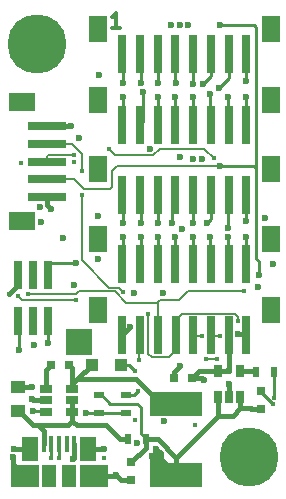
<source format=gtl>
G04 #@! TF.FileFunction,Copper,L1,Top,Signal*
%FSLAX46Y46*%
G04 Gerber Fmt 4.6, Leading zero omitted, Abs format (unit mm)*
G04 Created by KiCad (PCBNEW 4.0.2-stable) date 12/11/2016 19:10:46*
%MOMM*%
G01*
G04 APERTURE LIST*
%ADD10C,0.100000*%
%ADD11C,0.300000*%
%ADD12R,0.700000X3.200000*%
%ADD13R,1.500000X2.300000*%
%ADD14R,0.650000X1.060000*%
%ADD15R,3.200000X0.700000*%
%ADD16R,2.300000X1.500000*%
%ADD17R,1.060000X0.650000*%
%ADD18R,0.900000X0.500000*%
%ADD19R,0.500000X0.900000*%
%ADD20R,4.500880X1.998980*%
%ADD21R,2.235200X2.235200*%
%ADD22R,0.800000X0.750000*%
%ADD23R,0.750000X0.800000*%
%ADD24R,1.250000X1.000000*%
%ADD25C,5.000000*%
%ADD26R,1.000000X1.000000*%
%ADD27R,0.450000X1.380000*%
%ADD28R,1.475000X2.100000*%
%ADD29R,2.375000X1.900000*%
%ADD30R,1.175000X1.900000*%
%ADD31R,0.760000X2.400000*%
%ADD32C,0.452400*%
%ADD33C,0.600000*%
%ADD34C,0.450000*%
%ADD35C,0.250000*%
%ADD36C,0.152400*%
G04 APERTURE END LIST*
D10*
D11*
X154042858Y-20642857D02*
X153357143Y-20642857D01*
X153700001Y-20642857D02*
X153700001Y-19442857D01*
X153585715Y-19614286D01*
X153471429Y-19728571D01*
X153357143Y-19785714D01*
D12*
X154250000Y-40700000D03*
X155750000Y-40700000D03*
X157250000Y-40700000D03*
X158750000Y-40700000D03*
X160250000Y-40700000D03*
D13*
X166800000Y-38550000D03*
X152200000Y-38550000D03*
D12*
X161750000Y-40700000D03*
X163250000Y-40700000D03*
X164750000Y-40700000D03*
D14*
X162350000Y-51900000D03*
X163300000Y-51900000D03*
X164250000Y-51900000D03*
X164250000Y-49700000D03*
X162350000Y-49700000D03*
D12*
X154250000Y-34800000D03*
X155750000Y-34800000D03*
X157250000Y-34800000D03*
X158750000Y-34800000D03*
X160250000Y-34800000D03*
D13*
X166800000Y-32650000D03*
X152200000Y-32650000D03*
D12*
X161750000Y-34800000D03*
X163250000Y-34800000D03*
X164750000Y-34800000D03*
X154250000Y-28900000D03*
X155750000Y-28900000D03*
X157250000Y-28900000D03*
X158750000Y-28900000D03*
X160250000Y-28900000D03*
D13*
X166800000Y-26750000D03*
X152200000Y-26750000D03*
D12*
X161750000Y-28900000D03*
X163250000Y-28900000D03*
X164750000Y-28900000D03*
X154250000Y-22900000D03*
X155750000Y-22900000D03*
X157250000Y-22900000D03*
X158750000Y-22900000D03*
X160250000Y-22900000D03*
D13*
X166800000Y-20750000D03*
X152200000Y-20750000D03*
D12*
X161750000Y-22900000D03*
X163250000Y-22900000D03*
X164750000Y-22900000D03*
D15*
X147900000Y-29000000D03*
X147900000Y-30500000D03*
X147900000Y-32000000D03*
X147900000Y-33500000D03*
X147900000Y-35000000D03*
D16*
X145750000Y-26950000D03*
X145750000Y-37050000D03*
D17*
X147800000Y-51250000D03*
X147800000Y-52200000D03*
X147800000Y-53150000D03*
X150000000Y-53150000D03*
X150000000Y-51250000D03*
X150000000Y-52200000D03*
D18*
X154600000Y-53250000D03*
X154600000Y-51750000D03*
X152300000Y-51750000D03*
X152300000Y-53250000D03*
D19*
X154750000Y-55500000D03*
X156250000Y-55500000D03*
D20*
X158800000Y-52500520D03*
X158800000Y-58500000D03*
D19*
X165600000Y-49800000D03*
X167100000Y-49800000D03*
D21*
X150622000Y-47244000D03*
D22*
X160150000Y-50300000D03*
X158650000Y-50300000D03*
D23*
X155000000Y-57450000D03*
X155000000Y-58950000D03*
D22*
X148200000Y-49200000D03*
X149700000Y-49200000D03*
D24*
X145400000Y-53100000D03*
X145400000Y-51100000D03*
D25*
X147000000Y-22000000D03*
X165000000Y-57000000D03*
D26*
X151650000Y-49200000D03*
X154150000Y-49200000D03*
D27*
X147600000Y-55940000D03*
X148250000Y-55940000D03*
X148900000Y-55940000D03*
X149550000Y-55940000D03*
X150200000Y-55940000D03*
D28*
X146437500Y-56300000D03*
X151362500Y-56300000D03*
D29*
X151812500Y-58600000D03*
D30*
X149737500Y-58600000D03*
X148062500Y-58600000D03*
D29*
X145987500Y-58600000D03*
D31*
X145430000Y-45450000D03*
X145430000Y-41550000D03*
X146700000Y-45450000D03*
X146700000Y-41550000D03*
X147970000Y-45450000D03*
X147970000Y-41550000D03*
D23*
X166000000Y-52950000D03*
X166000000Y-51450000D03*
D12*
X154262000Y-46700000D03*
X155762000Y-46700000D03*
X157262000Y-46700000D03*
X158762000Y-46700000D03*
X160262000Y-46700000D03*
D13*
X166812000Y-44550000D03*
X152212000Y-44550000D03*
D12*
X161762000Y-46700000D03*
X163262000Y-46700000D03*
X164762000Y-46700000D03*
D32*
X155296390Y-53848000D03*
D33*
X164084000Y-46621390D03*
X157800000Y-53952412D03*
D32*
X167000000Y-52500000D03*
D33*
X155489216Y-55852402D03*
X159100000Y-49327410D03*
X163300000Y-50800000D03*
X148214948Y-35985052D03*
X155200000Y-43100000D03*
D32*
X155300000Y-49700000D03*
D33*
X159300000Y-37700000D03*
X161000000Y-31800000D03*
X160200000Y-31800000D03*
X159800000Y-20400000D03*
X158400000Y-20400000D03*
X159100000Y-20400000D03*
X156600000Y-30922590D03*
D32*
X167100000Y-52000000D03*
D33*
X152200000Y-36600000D03*
X152300000Y-24700000D03*
D32*
X150200000Y-32000000D03*
D33*
X153700000Y-58500000D03*
D32*
X155597449Y-51402551D03*
D33*
X146600000Y-51100000D03*
X146600000Y-52100000D03*
X150100000Y-57197598D03*
X152700000Y-56300000D03*
X145000000Y-57000000D03*
X145100000Y-56300000D03*
X147300000Y-35802402D03*
X149200000Y-38500000D03*
X147352402Y-37100000D03*
X150200000Y-42400000D03*
X150300000Y-40600000D03*
X167000000Y-40700000D03*
X154940000Y-45974000D03*
X157100000Y-56300000D03*
X156800000Y-56900000D03*
X157500000Y-56900000D03*
X149900000Y-29000000D03*
X166300000Y-36800000D03*
X159100000Y-31600000D03*
X157700000Y-43100000D03*
X152200000Y-40200000D03*
X150600000Y-30000000D03*
X146812000Y-47498000D03*
D32*
X144700000Y-43200000D03*
X145700000Y-32100000D03*
D33*
X165700000Y-42600000D03*
X163300000Y-49700000D03*
X161200000Y-50500000D03*
D32*
X160400000Y-54300000D03*
X152700000Y-57100000D03*
D33*
X162500000Y-20400000D03*
X162500000Y-32400000D03*
X165800000Y-41600000D03*
D32*
X145450000Y-43400000D03*
X150368000Y-43688000D03*
X156464000Y-44908420D03*
X164033398Y-45466000D03*
X150800000Y-34800000D03*
X150800000Y-32800000D03*
X154300000Y-43000000D03*
X155702000Y-48768000D03*
D33*
X154300000Y-25300000D03*
X155800000Y-25300000D03*
X157300000Y-25300000D03*
X158800000Y-25300000D03*
X160200000Y-25400000D03*
X161100000Y-25400000D03*
X162400000Y-25800000D03*
X164700000Y-25200000D03*
X154300000Y-26500000D03*
X156000000Y-26100000D03*
X157300000Y-26500000D03*
X158700000Y-26500000D03*
X160200000Y-26500000D03*
X161700000Y-26300000D03*
X163200000Y-26500000D03*
X164700000Y-26500000D03*
X154300000Y-37200000D03*
X155800000Y-37200000D03*
X157300000Y-37200000D03*
X158500000Y-37200000D03*
X160200000Y-37200000D03*
X161400000Y-37200000D03*
X163200000Y-37577410D03*
X164700000Y-37000000D03*
X154300000Y-38400000D03*
X155800000Y-38400000D03*
X157300000Y-38400000D03*
X158700000Y-38400000D03*
X160200000Y-38400000D03*
X161700000Y-38400000D03*
X163200000Y-38400000D03*
X164700000Y-38400000D03*
X146700000Y-53100000D03*
X151200000Y-53300000D03*
X145500000Y-47900000D03*
X148000000Y-47322590D03*
D32*
X161345190Y-48700000D03*
X162300000Y-48700000D03*
X148900000Y-57100000D03*
X148200000Y-57100000D03*
X146300000Y-43180000D03*
X164592000Y-42926000D03*
X161033398Y-46736000D03*
X162533398Y-46736000D03*
X150200009Y-31395199D03*
X153100000Y-30900000D03*
X162000000Y-31700000D03*
D34*
X150000000Y-52200000D02*
X150000000Y-53150000D01*
X152850000Y-54300000D02*
X150375000Y-54300000D01*
X150375000Y-54300000D02*
X150000000Y-53925000D01*
X154750000Y-55500000D02*
X154050000Y-55500000D01*
X154050000Y-55500000D02*
X152850000Y-54300000D01*
X150000000Y-53150000D02*
X150000000Y-53925000D01*
X150000000Y-53925000D02*
X149625000Y-54300000D01*
X149625000Y-54300000D02*
X147100000Y-54300000D01*
X146725000Y-54300000D02*
X145525000Y-53100000D01*
X145525000Y-53100000D02*
X145400000Y-53100000D01*
X147100000Y-54300000D02*
X146725000Y-54300000D01*
X147600000Y-55940000D02*
X147600000Y-54800000D01*
X147600000Y-54800000D02*
X147100000Y-54300000D01*
D35*
X154600000Y-51750000D02*
X155250000Y-51750000D01*
X155250000Y-51750000D02*
X155597449Y-51402551D01*
D34*
X164084000Y-46621390D02*
X164683390Y-46621390D01*
X164683390Y-46621390D02*
X164762000Y-46700000D01*
D35*
X166000000Y-51450000D02*
X166000000Y-51500000D01*
X166000000Y-51500000D02*
X167000000Y-52500000D01*
D34*
X158650000Y-50300000D02*
X158650000Y-49777410D01*
X158650000Y-49777410D02*
X159100000Y-49327410D01*
X163300000Y-51900000D02*
X163300000Y-50800000D01*
X147900000Y-35000000D02*
X147900000Y-35670104D01*
X147900000Y-35670104D02*
X148214948Y-35985052D01*
D35*
X154150000Y-49200000D02*
X154800000Y-49200000D01*
X154800000Y-49200000D02*
X155300000Y-49700000D01*
X147970000Y-41550000D02*
X147970000Y-40730000D01*
X147970000Y-40730000D02*
X148100000Y-40600000D01*
X148100000Y-40600000D02*
X149875736Y-40600000D01*
X149875736Y-40600000D02*
X150300000Y-40600000D01*
X167100000Y-49800000D02*
X167100000Y-52000000D01*
D34*
X155000000Y-58950000D02*
X154150000Y-58950000D01*
X154150000Y-58950000D02*
X153700000Y-58500000D01*
X151812500Y-58600000D02*
X153600000Y-58600000D01*
X153600000Y-58600000D02*
X153700000Y-58500000D01*
X150200000Y-55940000D02*
X150200000Y-57097598D01*
X145400000Y-51100000D02*
X146600000Y-51100000D01*
X147800000Y-52200000D02*
X146700000Y-52200000D01*
X146700000Y-52200000D02*
X146600000Y-52100000D01*
X150200000Y-57097598D02*
X150100000Y-57197598D01*
X151362500Y-56300000D02*
X152700000Y-56300000D01*
X145987500Y-58587500D02*
X145000000Y-57600000D01*
X145000000Y-57600000D02*
X145000000Y-57000000D01*
X145987500Y-58600000D02*
X145987500Y-58587500D01*
X146437500Y-56300000D02*
X145100000Y-56300000D01*
X147800000Y-51250000D02*
X147800000Y-49600000D01*
X147800000Y-49600000D02*
X148200000Y-49200000D01*
X150450000Y-50400000D02*
X151650000Y-49200000D01*
X150000000Y-50850000D02*
X150450000Y-50400000D01*
X150450000Y-50400000D02*
X155448530Y-50400000D01*
X155448530Y-50400000D02*
X157549050Y-52500520D01*
X157549050Y-52500520D02*
X158800000Y-52500520D01*
X150000000Y-51250000D02*
X150000000Y-50850000D01*
X150000000Y-51250000D02*
X150000000Y-49500000D01*
X150000000Y-49500000D02*
X149700000Y-49200000D01*
X154262000Y-46700000D02*
X154262000Y-46652000D01*
X154262000Y-46652000D02*
X154940000Y-45974000D01*
X156800000Y-56900000D02*
X156800000Y-57324264D01*
X156800000Y-57324264D02*
X156975736Y-57500000D01*
X157200000Y-57300000D02*
X157400000Y-57500000D01*
X156800000Y-56900000D02*
X157200000Y-57300000D01*
X157100000Y-56300000D02*
X157100000Y-56600000D01*
X157100000Y-56600000D02*
X156800000Y-56900000D01*
X156800000Y-56900000D02*
X156800000Y-57400000D01*
X157500000Y-57200000D02*
X158800000Y-58500000D01*
X157500000Y-56900000D02*
X157500000Y-57200000D01*
X157500000Y-56900000D02*
X156800000Y-56900000D01*
X157500000Y-56700000D02*
X157100000Y-56300000D01*
X157500000Y-56900000D02*
X157500000Y-56700000D01*
X147900000Y-29000000D02*
X149900000Y-29000000D01*
X166000000Y-52950000D02*
X165175000Y-52950000D01*
X165175000Y-52950000D02*
X165105000Y-52880000D01*
X165105000Y-52880000D02*
X164250000Y-52880000D01*
X164250000Y-51900000D02*
X164250000Y-52880000D01*
X164250000Y-52880000D02*
X163629490Y-53500510D01*
X163629490Y-53500510D02*
X162350000Y-53500510D01*
X162350000Y-51900000D02*
X162350000Y-53500510D01*
X162350000Y-53500510D02*
X158800000Y-57050510D01*
D35*
X152300000Y-51750000D02*
X152500000Y-51750000D01*
X155800000Y-55000000D02*
X156250000Y-55450000D01*
X152500000Y-51750000D02*
X153250000Y-52500000D01*
X153250000Y-52500000D02*
X155500000Y-52500000D01*
X155500000Y-52500000D02*
X155800000Y-52800000D01*
X155800000Y-52800000D02*
X155800000Y-55000000D01*
X156250000Y-55450000D02*
X156250000Y-55500000D01*
D34*
X158800000Y-58500000D02*
X158800000Y-57050510D01*
X158800000Y-57050510D02*
X157249490Y-55500000D01*
X157249490Y-55500000D02*
X156950000Y-55500000D01*
X156950000Y-55500000D02*
X156250000Y-55500000D01*
X156250000Y-55500000D02*
X156250000Y-56200000D01*
X156250000Y-56200000D02*
X155000000Y-57450000D01*
X163262000Y-46700000D02*
X163262000Y-49662000D01*
X163262000Y-49662000D02*
X163300000Y-49700000D01*
X145430000Y-41550000D02*
X145430000Y-42470000D01*
X145430000Y-42470000D02*
X144700000Y-43200000D01*
D35*
X145430000Y-41550000D02*
X145430000Y-42370000D01*
D34*
X162350000Y-49700000D02*
X163300000Y-49700000D01*
X160150000Y-50300000D02*
X161000000Y-50300000D01*
X161000000Y-50300000D02*
X161200000Y-50500000D01*
X162350000Y-49700000D02*
X160750000Y-49700000D01*
X160750000Y-49700000D02*
X160150000Y-50300000D01*
D36*
X153800000Y-32400000D02*
X162500000Y-32400000D01*
X153400000Y-32800000D02*
X153800000Y-32400000D01*
X153400000Y-34100000D02*
X153400000Y-32800000D01*
X153200000Y-34300000D02*
X153400000Y-34100000D01*
X150973106Y-34300000D02*
X153200000Y-34300000D01*
X147900000Y-33500000D02*
X150173106Y-33500000D01*
X150173106Y-33500000D02*
X150973106Y-34300000D01*
D35*
X165600000Y-20600000D02*
X165400000Y-20400000D01*
X165400000Y-20400000D02*
X162500000Y-20400000D01*
X165600000Y-21300000D02*
X165600000Y-20600000D01*
X165600000Y-32600000D02*
X165600000Y-21300000D01*
X165600000Y-32600000D02*
X165400000Y-32400000D01*
X165400000Y-32400000D02*
X162500000Y-32400000D01*
X165600000Y-40200000D02*
X165600000Y-32600000D01*
X165800000Y-40400000D02*
X165600000Y-40200000D01*
X165800000Y-41600000D02*
X165800000Y-40400000D01*
D36*
X150368000Y-43688000D02*
X145738000Y-43688000D01*
X145738000Y-43688000D02*
X145450000Y-43400000D01*
X158762000Y-46700000D02*
X158762000Y-47950000D01*
X158762000Y-47950000D02*
X158183399Y-48528601D01*
X158183399Y-48528601D02*
X156729119Y-48528601D01*
X156464000Y-48263482D02*
X156464000Y-44908420D01*
X156729119Y-48528601D02*
X156464000Y-48263482D01*
X158762000Y-46700000D02*
X158762000Y-45450000D01*
X158762000Y-45450000D02*
X159340601Y-44871399D01*
X159340601Y-44871399D02*
X163794881Y-44871399D01*
X163794881Y-44871399D02*
X164033398Y-45109916D01*
X164033398Y-45109916D02*
X164033398Y-45466000D01*
X153162000Y-42672000D02*
X153972000Y-42672000D01*
X153972000Y-42672000D02*
X154300000Y-43000000D01*
X150807670Y-40317670D02*
X153162000Y-42672000D01*
X150800000Y-40317670D02*
X150807670Y-40317670D01*
X150800000Y-34800000D02*
X150800000Y-40317670D01*
X150800000Y-40317670D02*
X150828601Y-40346271D01*
X150828601Y-31328601D02*
X150828601Y-32771399D01*
X150828601Y-32771399D02*
X150800000Y-32800000D01*
X150828601Y-31328601D02*
X150000000Y-30500000D01*
X150000000Y-30500000D02*
X147900000Y-30500000D01*
X155702000Y-48768000D02*
X155702000Y-46760000D01*
X155702000Y-46760000D02*
X155762000Y-46700000D01*
D35*
X154300000Y-25300000D02*
X154300000Y-22950000D01*
X154300000Y-22950000D02*
X154250000Y-22900000D01*
X155800000Y-25300000D02*
X155800000Y-22950000D01*
X155800000Y-22950000D02*
X155750000Y-22900000D01*
X157300000Y-25300000D02*
X157300000Y-22950000D01*
X157300000Y-22950000D02*
X157250000Y-22900000D01*
X158750000Y-22900000D02*
X158750000Y-25250000D01*
X158750000Y-25250000D02*
X158800000Y-25300000D01*
X160200000Y-25400000D02*
X160200000Y-22950000D01*
X160200000Y-22950000D02*
X160250000Y-22900000D01*
X161100000Y-25400000D02*
X161750000Y-24750000D01*
X161750000Y-24750000D02*
X161750000Y-22900000D01*
X162400000Y-25800000D02*
X163250000Y-24950000D01*
X163250000Y-24950000D02*
X163250000Y-22900000D01*
X164700000Y-25200000D02*
X164700000Y-22950000D01*
X164700000Y-22950000D02*
X164750000Y-22900000D01*
X154300000Y-26500000D02*
X154300000Y-28850000D01*
X154300000Y-28850000D02*
X154250000Y-28900000D01*
X156000000Y-26100000D02*
X156000000Y-28650000D01*
X156000000Y-28650000D02*
X155750000Y-28900000D01*
X157300000Y-26500000D02*
X157300000Y-28850000D01*
X157300000Y-28850000D02*
X157250000Y-28900000D01*
X158700000Y-26500000D02*
X158700000Y-28850000D01*
X158700000Y-28850000D02*
X158750000Y-28900000D01*
X160200000Y-26500000D02*
X160200000Y-28850000D01*
X160200000Y-28850000D02*
X160250000Y-28900000D01*
X161700000Y-26300000D02*
X161700000Y-28850000D01*
X161700000Y-28850000D02*
X161750000Y-28900000D01*
X163200000Y-26500000D02*
X163200000Y-28850000D01*
X163200000Y-28850000D02*
X163250000Y-28900000D01*
X164700000Y-26500000D02*
X164700000Y-28850000D01*
X164700000Y-28850000D02*
X164750000Y-28900000D01*
X154300000Y-37200000D02*
X154300000Y-34850000D01*
X154300000Y-34850000D02*
X154250000Y-34800000D01*
X155800000Y-37200000D02*
X155800000Y-34850000D01*
X155800000Y-34850000D02*
X155750000Y-34800000D01*
X157300000Y-37200000D02*
X157300000Y-34850000D01*
X157300000Y-34850000D02*
X157250000Y-34800000D01*
X158500000Y-37200000D02*
X158500000Y-35050000D01*
X158500000Y-35050000D02*
X158750000Y-34800000D01*
X158700000Y-34850000D02*
X158750000Y-34800000D01*
X160200000Y-37200000D02*
X160200000Y-34850000D01*
X160200000Y-34850000D02*
X160250000Y-34800000D01*
X161400000Y-37200000D02*
X161750000Y-36850000D01*
X161750000Y-36850000D02*
X161750000Y-34800000D01*
X163200000Y-37577410D02*
X163200000Y-34850000D01*
X163200000Y-34850000D02*
X163250000Y-34800000D01*
X164700000Y-37000000D02*
X164700000Y-34850000D01*
X164700000Y-34850000D02*
X164750000Y-34800000D01*
X154300000Y-38400000D02*
X154300000Y-40650000D01*
X154300000Y-40650000D02*
X154250000Y-40700000D01*
X155800000Y-38400000D02*
X155800000Y-40650000D01*
X155800000Y-40650000D02*
X155750000Y-40700000D01*
X157300000Y-38400000D02*
X157300000Y-40650000D01*
X157300000Y-40650000D02*
X157250000Y-40700000D01*
X158700000Y-38400000D02*
X158700000Y-40650000D01*
X158700000Y-40650000D02*
X158750000Y-40700000D01*
X160200000Y-38400000D02*
X160200000Y-40650000D01*
X160200000Y-40650000D02*
X160250000Y-40700000D01*
X161700000Y-38400000D02*
X161700000Y-40650000D01*
X161700000Y-40650000D02*
X161750000Y-40700000D01*
X163200000Y-38400000D02*
X163200000Y-40650000D01*
X163200000Y-40650000D02*
X163250000Y-40700000D01*
X164700000Y-38400000D02*
X164700000Y-40650000D01*
X164700000Y-40650000D02*
X164750000Y-40700000D01*
D34*
X164250000Y-49700000D02*
X165500000Y-49700000D01*
X165500000Y-49700000D02*
X165600000Y-49800000D01*
D35*
X146700000Y-53100000D02*
X147750000Y-53100000D01*
X147750000Y-53100000D02*
X147800000Y-53150000D01*
X152300000Y-53250000D02*
X151250000Y-53250000D01*
X151250000Y-53250000D02*
X151200000Y-53300000D01*
X154600000Y-53250000D02*
X152300000Y-53250000D01*
X145500000Y-47900000D02*
X145500000Y-45520000D01*
X145500000Y-45520000D02*
X145430000Y-45450000D01*
X148000000Y-47322590D02*
X148000000Y-45480000D01*
X148000000Y-45480000D02*
X147970000Y-45450000D01*
D36*
X162300000Y-48700000D02*
X161345190Y-48700000D01*
D35*
X148900000Y-55940000D02*
X148900000Y-57100000D01*
X148250000Y-55940000D02*
X148250000Y-57050000D01*
X148250000Y-57050000D02*
X148200000Y-57100000D01*
D36*
X150571190Y-42976810D02*
X150368000Y-43180000D01*
X150368000Y-43180000D02*
X146300000Y-43180000D01*
X154588894Y-43962000D02*
X157206000Y-43962000D01*
X157206000Y-43962000D02*
X157262000Y-43906000D01*
X157480000Y-43688000D02*
X157262000Y-43906000D01*
X157262000Y-43906000D02*
X157262000Y-46700000D01*
X159024000Y-43688000D02*
X157480000Y-43688000D01*
X159786000Y-42926000D02*
X159024000Y-43688000D01*
X153603704Y-42976810D02*
X150571190Y-42976810D01*
X154588894Y-43962000D02*
X153603704Y-42976810D01*
X157262000Y-46700000D02*
X157262000Y-45450000D01*
X159786000Y-42926000D02*
X164592000Y-42926000D01*
X161033398Y-46736000D02*
X160298000Y-46736000D01*
X160298000Y-46736000D02*
X160262000Y-46700000D01*
X162533398Y-46736000D02*
X161798000Y-46736000D01*
X161798000Y-46736000D02*
X161762000Y-46700000D01*
X150200009Y-31395199D02*
X148002401Y-31395199D01*
X148002401Y-31395199D02*
X147900000Y-31497600D01*
X147900000Y-31497600D02*
X147900000Y-32000000D01*
X162000000Y-31700000D02*
X161200000Y-30900000D01*
X161200000Y-30900000D02*
X157404920Y-30900000D01*
X157404920Y-30900000D02*
X156853729Y-31451191D01*
X156853729Y-31451191D02*
X153651191Y-31451191D01*
X153651191Y-31451191D02*
X153100000Y-30900000D01*
M02*

</source>
